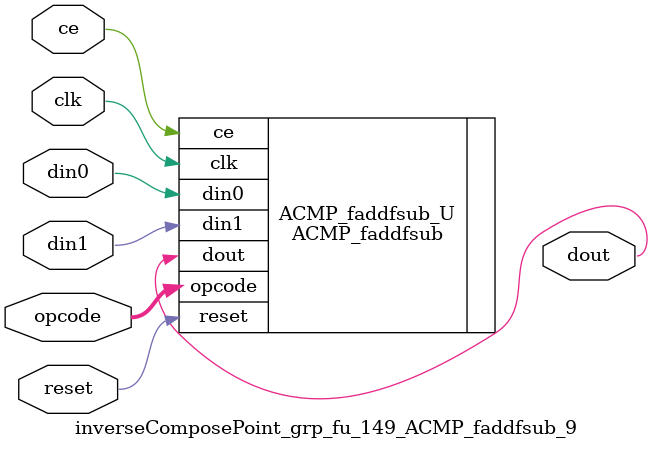
<source format=v>

`timescale 1 ns / 1 ps
module inverseComposePoint_grp_fu_149_ACMP_faddfsub_9(
    clk,
    reset,
    ce,
    din0,
    din1,
    opcode,
    dout);

parameter ID = 32'd1;
parameter NUM_STAGE = 32'd1;
parameter din0_WIDTH = 32'd1;
parameter din1_WIDTH = 32'd1;
parameter dout_WIDTH = 32'd1;
input clk;
input reset;
input ce;
input[din0_WIDTH - 1:0] din0;
input[din1_WIDTH - 1:0] din1;
input[2 - 1:0] opcode;
output[dout_WIDTH - 1:0] dout;



ACMP_faddfsub #(
.ID( ID ),
.NUM_STAGE( 4 ),
.din0_WIDTH( din0_WIDTH ),
.din1_WIDTH( din1_WIDTH ),
.dout_WIDTH( dout_WIDTH ))
ACMP_faddfsub_U(
    .clk( clk ),
    .reset( reset ),
    .ce( ce ),
    .din0( din0 ),
    .din1( din1 ),
    .dout( dout ),
    .opcode( opcode ));

endmodule

</source>
